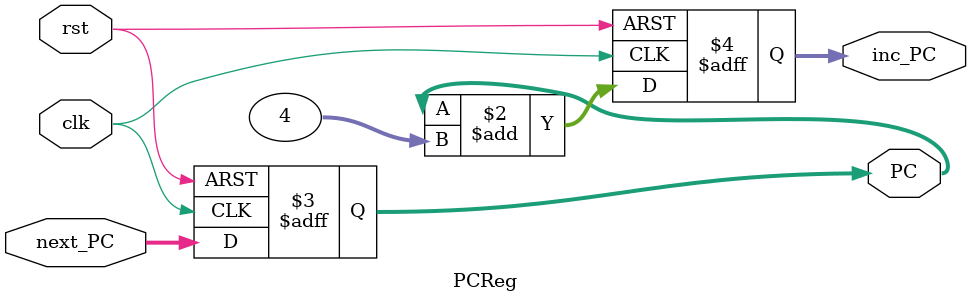
<source format=sv>
module PCReg #(
    offset = 4,
    DATA_WIDTH = 32
)(
    input logic     clk,
    input logic     rst,
    input logic     [DATA_WIDTH-1 :0] next_PC,
    output logic    [DATA_WIDTH-1 :0 ] PC,
    output logic [DATA_WIDTH-1:0] inc_PC
);

always_ff @(posedge clk or posedge rst) begin
    if(rst) begin
        PC <= '0;
        inc_PC <= '0;
    end else begin
        PC <= next_PC;
        inc_PC <= PC + offset;
    end
end

endmodule
</source>
